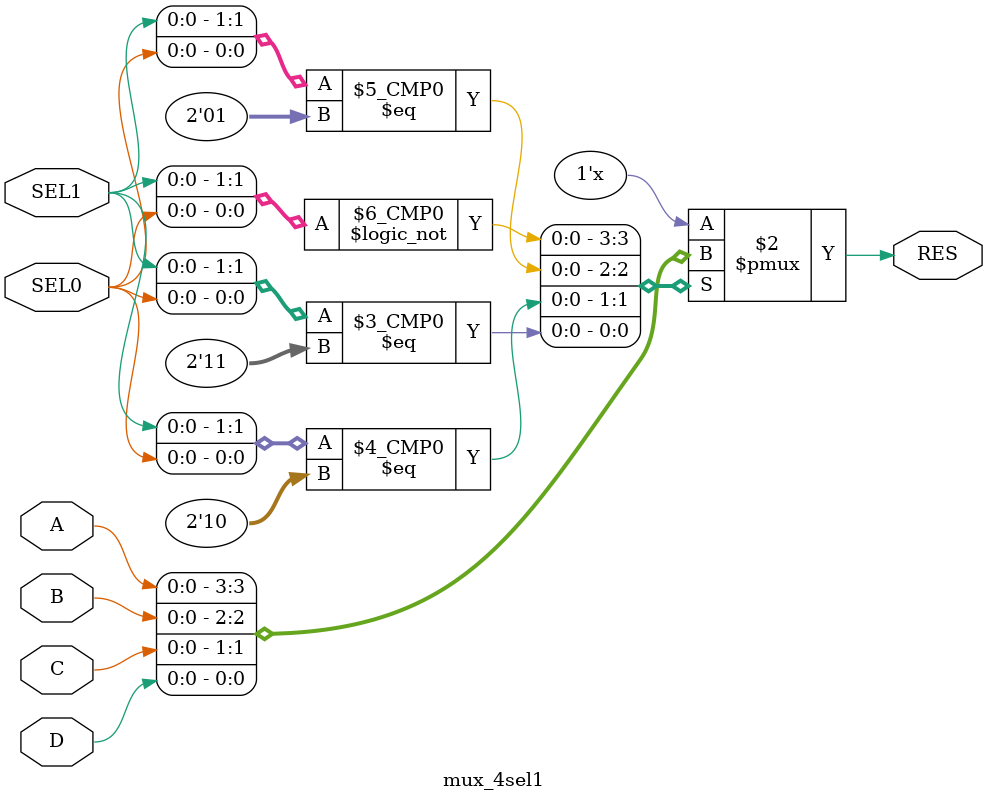
<source format=v>

module mux_4sel1(// Multiplexer
	input A, B, C, D, SEL0, SEL1,
	output reg RES);
	always @(*)
	begin
		case({SEL1,SEL0})
			2'h0: RES=A;
			2'h1: RES=B;
			2'h2: RES=C;
			2'h3: RES=D;
			default: RES=A;
		endcase
	end
endmodule

</source>
